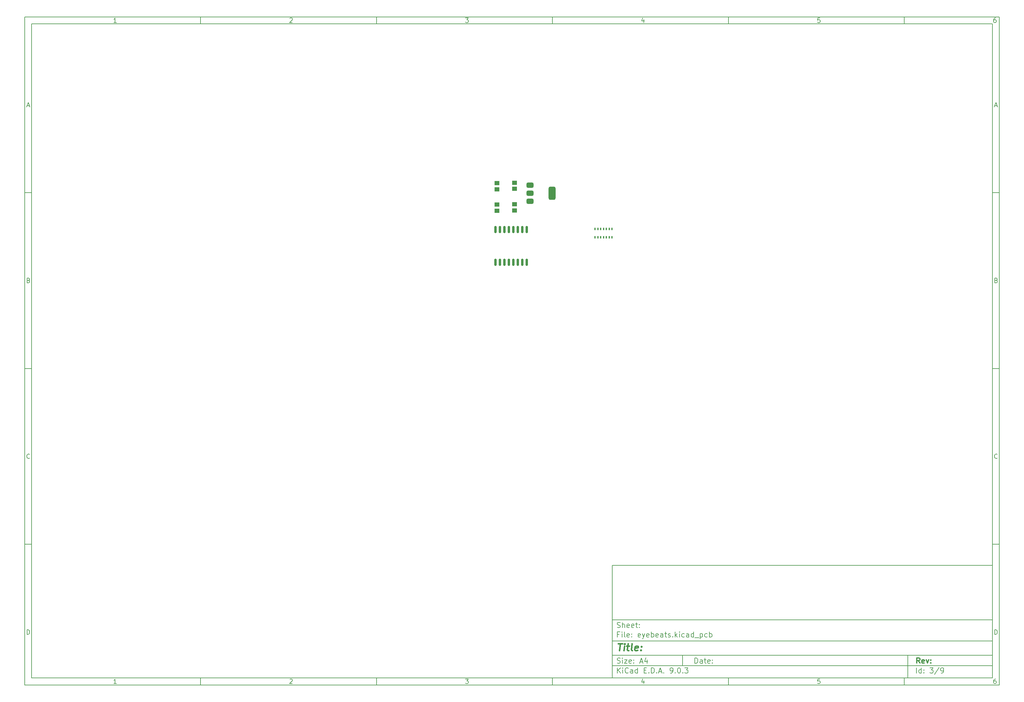
<source format=gtp>
%TF.GenerationSoftware,KiCad,Pcbnew,9.0.3*%
%TF.CreationDate,2025-08-03T00:48:55+01:00*%
%TF.ProjectId,eyebeats,65796562-6561-4747-932e-6b696361645f,rev?*%
%TF.SameCoordinates,Original*%
%TF.FileFunction,Paste,Top*%
%TF.FilePolarity,Positive*%
%FSLAX46Y46*%
G04 Gerber Fmt 4.6, Leading zero omitted, Abs format (unit mm)*
G04 Created by KiCad (PCBNEW 9.0.3) date 2025-08-03 00:48:55*
%MOMM*%
%LPD*%
G01*
G04 APERTURE LIST*
G04 Aperture macros list*
%AMRoundRect*
0 Rectangle with rounded corners*
0 $1 Rounding radius*
0 $2 $3 $4 $5 $6 $7 $8 $9 X,Y pos of 4 corners*
0 Add a 4 corners polygon primitive as box body*
4,1,4,$2,$3,$4,$5,$6,$7,$8,$9,$2,$3,0*
0 Add four circle primitives for the rounded corners*
1,1,$1+$1,$2,$3*
1,1,$1+$1,$4,$5*
1,1,$1+$1,$6,$7*
1,1,$1+$1,$8,$9*
0 Add four rect primitives between the rounded corners*
20,1,$1+$1,$2,$3,$4,$5,0*
20,1,$1+$1,$4,$5,$6,$7,0*
20,1,$1+$1,$6,$7,$8,$9,0*
20,1,$1+$1,$8,$9,$2,$3,0*%
G04 Aperture macros list end*
%ADD10C,0.100000*%
%ADD11C,0.150000*%
%ADD12C,0.300000*%
%ADD13C,0.400000*%
%ADD14R,1.470000X1.160000*%
%ADD15R,0.350000X0.750000*%
%ADD16RoundRect,0.150000X0.150000X-0.875000X0.150000X0.875000X-0.150000X0.875000X-0.150000X-0.875000X0*%
%ADD17RoundRect,0.375000X-0.625000X-0.375000X0.625000X-0.375000X0.625000X0.375000X-0.625000X0.375000X0*%
%ADD18RoundRect,0.500000X-0.500000X-1.400000X0.500000X-1.400000X0.500000X1.400000X-0.500000X1.400000X0*%
G04 APERTURE END LIST*
D10*
D11*
X177002200Y-166007200D02*
X285002200Y-166007200D01*
X285002200Y-198007200D01*
X177002200Y-198007200D01*
X177002200Y-166007200D01*
D10*
D11*
X10000000Y-10000000D02*
X287002200Y-10000000D01*
X287002200Y-200007200D01*
X10000000Y-200007200D01*
X10000000Y-10000000D01*
D10*
D11*
X12000000Y-12000000D02*
X285002200Y-12000000D01*
X285002200Y-198007200D01*
X12000000Y-198007200D01*
X12000000Y-12000000D01*
D10*
D11*
X60000000Y-12000000D02*
X60000000Y-10000000D01*
D10*
D11*
X110000000Y-12000000D02*
X110000000Y-10000000D01*
D10*
D11*
X160000000Y-12000000D02*
X160000000Y-10000000D01*
D10*
D11*
X210000000Y-12000000D02*
X210000000Y-10000000D01*
D10*
D11*
X260000000Y-12000000D02*
X260000000Y-10000000D01*
D10*
D11*
X36089160Y-11593604D02*
X35346303Y-11593604D01*
X35717731Y-11593604D02*
X35717731Y-10293604D01*
X35717731Y-10293604D02*
X35593922Y-10479319D01*
X35593922Y-10479319D02*
X35470112Y-10603128D01*
X35470112Y-10603128D02*
X35346303Y-10665033D01*
D10*
D11*
X85346303Y-10417414D02*
X85408207Y-10355509D01*
X85408207Y-10355509D02*
X85532017Y-10293604D01*
X85532017Y-10293604D02*
X85841541Y-10293604D01*
X85841541Y-10293604D02*
X85965350Y-10355509D01*
X85965350Y-10355509D02*
X86027255Y-10417414D01*
X86027255Y-10417414D02*
X86089160Y-10541223D01*
X86089160Y-10541223D02*
X86089160Y-10665033D01*
X86089160Y-10665033D02*
X86027255Y-10850747D01*
X86027255Y-10850747D02*
X85284398Y-11593604D01*
X85284398Y-11593604D02*
X86089160Y-11593604D01*
D10*
D11*
X135284398Y-10293604D02*
X136089160Y-10293604D01*
X136089160Y-10293604D02*
X135655826Y-10788842D01*
X135655826Y-10788842D02*
X135841541Y-10788842D01*
X135841541Y-10788842D02*
X135965350Y-10850747D01*
X135965350Y-10850747D02*
X136027255Y-10912652D01*
X136027255Y-10912652D02*
X136089160Y-11036461D01*
X136089160Y-11036461D02*
X136089160Y-11345985D01*
X136089160Y-11345985D02*
X136027255Y-11469795D01*
X136027255Y-11469795D02*
X135965350Y-11531700D01*
X135965350Y-11531700D02*
X135841541Y-11593604D01*
X135841541Y-11593604D02*
X135470112Y-11593604D01*
X135470112Y-11593604D02*
X135346303Y-11531700D01*
X135346303Y-11531700D02*
X135284398Y-11469795D01*
D10*
D11*
X185965350Y-10726938D02*
X185965350Y-11593604D01*
X185655826Y-10231700D02*
X185346303Y-11160271D01*
X185346303Y-11160271D02*
X186151064Y-11160271D01*
D10*
D11*
X236027255Y-10293604D02*
X235408207Y-10293604D01*
X235408207Y-10293604D02*
X235346303Y-10912652D01*
X235346303Y-10912652D02*
X235408207Y-10850747D01*
X235408207Y-10850747D02*
X235532017Y-10788842D01*
X235532017Y-10788842D02*
X235841541Y-10788842D01*
X235841541Y-10788842D02*
X235965350Y-10850747D01*
X235965350Y-10850747D02*
X236027255Y-10912652D01*
X236027255Y-10912652D02*
X236089160Y-11036461D01*
X236089160Y-11036461D02*
X236089160Y-11345985D01*
X236089160Y-11345985D02*
X236027255Y-11469795D01*
X236027255Y-11469795D02*
X235965350Y-11531700D01*
X235965350Y-11531700D02*
X235841541Y-11593604D01*
X235841541Y-11593604D02*
X235532017Y-11593604D01*
X235532017Y-11593604D02*
X235408207Y-11531700D01*
X235408207Y-11531700D02*
X235346303Y-11469795D01*
D10*
D11*
X285965350Y-10293604D02*
X285717731Y-10293604D01*
X285717731Y-10293604D02*
X285593922Y-10355509D01*
X285593922Y-10355509D02*
X285532017Y-10417414D01*
X285532017Y-10417414D02*
X285408207Y-10603128D01*
X285408207Y-10603128D02*
X285346303Y-10850747D01*
X285346303Y-10850747D02*
X285346303Y-11345985D01*
X285346303Y-11345985D02*
X285408207Y-11469795D01*
X285408207Y-11469795D02*
X285470112Y-11531700D01*
X285470112Y-11531700D02*
X285593922Y-11593604D01*
X285593922Y-11593604D02*
X285841541Y-11593604D01*
X285841541Y-11593604D02*
X285965350Y-11531700D01*
X285965350Y-11531700D02*
X286027255Y-11469795D01*
X286027255Y-11469795D02*
X286089160Y-11345985D01*
X286089160Y-11345985D02*
X286089160Y-11036461D01*
X286089160Y-11036461D02*
X286027255Y-10912652D01*
X286027255Y-10912652D02*
X285965350Y-10850747D01*
X285965350Y-10850747D02*
X285841541Y-10788842D01*
X285841541Y-10788842D02*
X285593922Y-10788842D01*
X285593922Y-10788842D02*
X285470112Y-10850747D01*
X285470112Y-10850747D02*
X285408207Y-10912652D01*
X285408207Y-10912652D02*
X285346303Y-11036461D01*
D10*
D11*
X60000000Y-198007200D02*
X60000000Y-200007200D01*
D10*
D11*
X110000000Y-198007200D02*
X110000000Y-200007200D01*
D10*
D11*
X160000000Y-198007200D02*
X160000000Y-200007200D01*
D10*
D11*
X210000000Y-198007200D02*
X210000000Y-200007200D01*
D10*
D11*
X260000000Y-198007200D02*
X260000000Y-200007200D01*
D10*
D11*
X36089160Y-199600804D02*
X35346303Y-199600804D01*
X35717731Y-199600804D02*
X35717731Y-198300804D01*
X35717731Y-198300804D02*
X35593922Y-198486519D01*
X35593922Y-198486519D02*
X35470112Y-198610328D01*
X35470112Y-198610328D02*
X35346303Y-198672233D01*
D10*
D11*
X85346303Y-198424614D02*
X85408207Y-198362709D01*
X85408207Y-198362709D02*
X85532017Y-198300804D01*
X85532017Y-198300804D02*
X85841541Y-198300804D01*
X85841541Y-198300804D02*
X85965350Y-198362709D01*
X85965350Y-198362709D02*
X86027255Y-198424614D01*
X86027255Y-198424614D02*
X86089160Y-198548423D01*
X86089160Y-198548423D02*
X86089160Y-198672233D01*
X86089160Y-198672233D02*
X86027255Y-198857947D01*
X86027255Y-198857947D02*
X85284398Y-199600804D01*
X85284398Y-199600804D02*
X86089160Y-199600804D01*
D10*
D11*
X135284398Y-198300804D02*
X136089160Y-198300804D01*
X136089160Y-198300804D02*
X135655826Y-198796042D01*
X135655826Y-198796042D02*
X135841541Y-198796042D01*
X135841541Y-198796042D02*
X135965350Y-198857947D01*
X135965350Y-198857947D02*
X136027255Y-198919852D01*
X136027255Y-198919852D02*
X136089160Y-199043661D01*
X136089160Y-199043661D02*
X136089160Y-199353185D01*
X136089160Y-199353185D02*
X136027255Y-199476995D01*
X136027255Y-199476995D02*
X135965350Y-199538900D01*
X135965350Y-199538900D02*
X135841541Y-199600804D01*
X135841541Y-199600804D02*
X135470112Y-199600804D01*
X135470112Y-199600804D02*
X135346303Y-199538900D01*
X135346303Y-199538900D02*
X135284398Y-199476995D01*
D10*
D11*
X185965350Y-198734138D02*
X185965350Y-199600804D01*
X185655826Y-198238900D02*
X185346303Y-199167471D01*
X185346303Y-199167471D02*
X186151064Y-199167471D01*
D10*
D11*
X236027255Y-198300804D02*
X235408207Y-198300804D01*
X235408207Y-198300804D02*
X235346303Y-198919852D01*
X235346303Y-198919852D02*
X235408207Y-198857947D01*
X235408207Y-198857947D02*
X235532017Y-198796042D01*
X235532017Y-198796042D02*
X235841541Y-198796042D01*
X235841541Y-198796042D02*
X235965350Y-198857947D01*
X235965350Y-198857947D02*
X236027255Y-198919852D01*
X236027255Y-198919852D02*
X236089160Y-199043661D01*
X236089160Y-199043661D02*
X236089160Y-199353185D01*
X236089160Y-199353185D02*
X236027255Y-199476995D01*
X236027255Y-199476995D02*
X235965350Y-199538900D01*
X235965350Y-199538900D02*
X235841541Y-199600804D01*
X235841541Y-199600804D02*
X235532017Y-199600804D01*
X235532017Y-199600804D02*
X235408207Y-199538900D01*
X235408207Y-199538900D02*
X235346303Y-199476995D01*
D10*
D11*
X285965350Y-198300804D02*
X285717731Y-198300804D01*
X285717731Y-198300804D02*
X285593922Y-198362709D01*
X285593922Y-198362709D02*
X285532017Y-198424614D01*
X285532017Y-198424614D02*
X285408207Y-198610328D01*
X285408207Y-198610328D02*
X285346303Y-198857947D01*
X285346303Y-198857947D02*
X285346303Y-199353185D01*
X285346303Y-199353185D02*
X285408207Y-199476995D01*
X285408207Y-199476995D02*
X285470112Y-199538900D01*
X285470112Y-199538900D02*
X285593922Y-199600804D01*
X285593922Y-199600804D02*
X285841541Y-199600804D01*
X285841541Y-199600804D02*
X285965350Y-199538900D01*
X285965350Y-199538900D02*
X286027255Y-199476995D01*
X286027255Y-199476995D02*
X286089160Y-199353185D01*
X286089160Y-199353185D02*
X286089160Y-199043661D01*
X286089160Y-199043661D02*
X286027255Y-198919852D01*
X286027255Y-198919852D02*
X285965350Y-198857947D01*
X285965350Y-198857947D02*
X285841541Y-198796042D01*
X285841541Y-198796042D02*
X285593922Y-198796042D01*
X285593922Y-198796042D02*
X285470112Y-198857947D01*
X285470112Y-198857947D02*
X285408207Y-198919852D01*
X285408207Y-198919852D02*
X285346303Y-199043661D01*
D10*
D11*
X10000000Y-60000000D02*
X12000000Y-60000000D01*
D10*
D11*
X10000000Y-110000000D02*
X12000000Y-110000000D01*
D10*
D11*
X10000000Y-160000000D02*
X12000000Y-160000000D01*
D10*
D11*
X10690476Y-35222176D02*
X11309523Y-35222176D01*
X10566666Y-35593604D02*
X10999999Y-34293604D01*
X10999999Y-34293604D02*
X11433333Y-35593604D01*
D10*
D11*
X11092857Y-84912652D02*
X11278571Y-84974557D01*
X11278571Y-84974557D02*
X11340476Y-85036461D01*
X11340476Y-85036461D02*
X11402380Y-85160271D01*
X11402380Y-85160271D02*
X11402380Y-85345985D01*
X11402380Y-85345985D02*
X11340476Y-85469795D01*
X11340476Y-85469795D02*
X11278571Y-85531700D01*
X11278571Y-85531700D02*
X11154761Y-85593604D01*
X11154761Y-85593604D02*
X10659523Y-85593604D01*
X10659523Y-85593604D02*
X10659523Y-84293604D01*
X10659523Y-84293604D02*
X11092857Y-84293604D01*
X11092857Y-84293604D02*
X11216666Y-84355509D01*
X11216666Y-84355509D02*
X11278571Y-84417414D01*
X11278571Y-84417414D02*
X11340476Y-84541223D01*
X11340476Y-84541223D02*
X11340476Y-84665033D01*
X11340476Y-84665033D02*
X11278571Y-84788842D01*
X11278571Y-84788842D02*
X11216666Y-84850747D01*
X11216666Y-84850747D02*
X11092857Y-84912652D01*
X11092857Y-84912652D02*
X10659523Y-84912652D01*
D10*
D11*
X11402380Y-135469795D02*
X11340476Y-135531700D01*
X11340476Y-135531700D02*
X11154761Y-135593604D01*
X11154761Y-135593604D02*
X11030952Y-135593604D01*
X11030952Y-135593604D02*
X10845238Y-135531700D01*
X10845238Y-135531700D02*
X10721428Y-135407890D01*
X10721428Y-135407890D02*
X10659523Y-135284080D01*
X10659523Y-135284080D02*
X10597619Y-135036461D01*
X10597619Y-135036461D02*
X10597619Y-134850747D01*
X10597619Y-134850747D02*
X10659523Y-134603128D01*
X10659523Y-134603128D02*
X10721428Y-134479319D01*
X10721428Y-134479319D02*
X10845238Y-134355509D01*
X10845238Y-134355509D02*
X11030952Y-134293604D01*
X11030952Y-134293604D02*
X11154761Y-134293604D01*
X11154761Y-134293604D02*
X11340476Y-134355509D01*
X11340476Y-134355509D02*
X11402380Y-134417414D01*
D10*
D11*
X10659523Y-185593604D02*
X10659523Y-184293604D01*
X10659523Y-184293604D02*
X10969047Y-184293604D01*
X10969047Y-184293604D02*
X11154761Y-184355509D01*
X11154761Y-184355509D02*
X11278571Y-184479319D01*
X11278571Y-184479319D02*
X11340476Y-184603128D01*
X11340476Y-184603128D02*
X11402380Y-184850747D01*
X11402380Y-184850747D02*
X11402380Y-185036461D01*
X11402380Y-185036461D02*
X11340476Y-185284080D01*
X11340476Y-185284080D02*
X11278571Y-185407890D01*
X11278571Y-185407890D02*
X11154761Y-185531700D01*
X11154761Y-185531700D02*
X10969047Y-185593604D01*
X10969047Y-185593604D02*
X10659523Y-185593604D01*
D10*
D11*
X287002200Y-60000000D02*
X285002200Y-60000000D01*
D10*
D11*
X287002200Y-110000000D02*
X285002200Y-110000000D01*
D10*
D11*
X287002200Y-160000000D02*
X285002200Y-160000000D01*
D10*
D11*
X285692676Y-35222176D02*
X286311723Y-35222176D01*
X285568866Y-35593604D02*
X286002199Y-34293604D01*
X286002199Y-34293604D02*
X286435533Y-35593604D01*
D10*
D11*
X286095057Y-84912652D02*
X286280771Y-84974557D01*
X286280771Y-84974557D02*
X286342676Y-85036461D01*
X286342676Y-85036461D02*
X286404580Y-85160271D01*
X286404580Y-85160271D02*
X286404580Y-85345985D01*
X286404580Y-85345985D02*
X286342676Y-85469795D01*
X286342676Y-85469795D02*
X286280771Y-85531700D01*
X286280771Y-85531700D02*
X286156961Y-85593604D01*
X286156961Y-85593604D02*
X285661723Y-85593604D01*
X285661723Y-85593604D02*
X285661723Y-84293604D01*
X285661723Y-84293604D02*
X286095057Y-84293604D01*
X286095057Y-84293604D02*
X286218866Y-84355509D01*
X286218866Y-84355509D02*
X286280771Y-84417414D01*
X286280771Y-84417414D02*
X286342676Y-84541223D01*
X286342676Y-84541223D02*
X286342676Y-84665033D01*
X286342676Y-84665033D02*
X286280771Y-84788842D01*
X286280771Y-84788842D02*
X286218866Y-84850747D01*
X286218866Y-84850747D02*
X286095057Y-84912652D01*
X286095057Y-84912652D02*
X285661723Y-84912652D01*
D10*
D11*
X286404580Y-135469795D02*
X286342676Y-135531700D01*
X286342676Y-135531700D02*
X286156961Y-135593604D01*
X286156961Y-135593604D02*
X286033152Y-135593604D01*
X286033152Y-135593604D02*
X285847438Y-135531700D01*
X285847438Y-135531700D02*
X285723628Y-135407890D01*
X285723628Y-135407890D02*
X285661723Y-135284080D01*
X285661723Y-135284080D02*
X285599819Y-135036461D01*
X285599819Y-135036461D02*
X285599819Y-134850747D01*
X285599819Y-134850747D02*
X285661723Y-134603128D01*
X285661723Y-134603128D02*
X285723628Y-134479319D01*
X285723628Y-134479319D02*
X285847438Y-134355509D01*
X285847438Y-134355509D02*
X286033152Y-134293604D01*
X286033152Y-134293604D02*
X286156961Y-134293604D01*
X286156961Y-134293604D02*
X286342676Y-134355509D01*
X286342676Y-134355509D02*
X286404580Y-134417414D01*
D10*
D11*
X285661723Y-185593604D02*
X285661723Y-184293604D01*
X285661723Y-184293604D02*
X285971247Y-184293604D01*
X285971247Y-184293604D02*
X286156961Y-184355509D01*
X286156961Y-184355509D02*
X286280771Y-184479319D01*
X286280771Y-184479319D02*
X286342676Y-184603128D01*
X286342676Y-184603128D02*
X286404580Y-184850747D01*
X286404580Y-184850747D02*
X286404580Y-185036461D01*
X286404580Y-185036461D02*
X286342676Y-185284080D01*
X286342676Y-185284080D02*
X286280771Y-185407890D01*
X286280771Y-185407890D02*
X286156961Y-185531700D01*
X286156961Y-185531700D02*
X285971247Y-185593604D01*
X285971247Y-185593604D02*
X285661723Y-185593604D01*
D10*
D11*
X200458026Y-193793328D02*
X200458026Y-192293328D01*
X200458026Y-192293328D02*
X200815169Y-192293328D01*
X200815169Y-192293328D02*
X201029455Y-192364757D01*
X201029455Y-192364757D02*
X201172312Y-192507614D01*
X201172312Y-192507614D02*
X201243741Y-192650471D01*
X201243741Y-192650471D02*
X201315169Y-192936185D01*
X201315169Y-192936185D02*
X201315169Y-193150471D01*
X201315169Y-193150471D02*
X201243741Y-193436185D01*
X201243741Y-193436185D02*
X201172312Y-193579042D01*
X201172312Y-193579042D02*
X201029455Y-193721900D01*
X201029455Y-193721900D02*
X200815169Y-193793328D01*
X200815169Y-193793328D02*
X200458026Y-193793328D01*
X202600884Y-193793328D02*
X202600884Y-193007614D01*
X202600884Y-193007614D02*
X202529455Y-192864757D01*
X202529455Y-192864757D02*
X202386598Y-192793328D01*
X202386598Y-192793328D02*
X202100884Y-192793328D01*
X202100884Y-192793328D02*
X201958026Y-192864757D01*
X202600884Y-193721900D02*
X202458026Y-193793328D01*
X202458026Y-193793328D02*
X202100884Y-193793328D01*
X202100884Y-193793328D02*
X201958026Y-193721900D01*
X201958026Y-193721900D02*
X201886598Y-193579042D01*
X201886598Y-193579042D02*
X201886598Y-193436185D01*
X201886598Y-193436185D02*
X201958026Y-193293328D01*
X201958026Y-193293328D02*
X202100884Y-193221900D01*
X202100884Y-193221900D02*
X202458026Y-193221900D01*
X202458026Y-193221900D02*
X202600884Y-193150471D01*
X203100884Y-192793328D02*
X203672312Y-192793328D01*
X203315169Y-192293328D02*
X203315169Y-193579042D01*
X203315169Y-193579042D02*
X203386598Y-193721900D01*
X203386598Y-193721900D02*
X203529455Y-193793328D01*
X203529455Y-193793328D02*
X203672312Y-193793328D01*
X204743741Y-193721900D02*
X204600884Y-193793328D01*
X204600884Y-193793328D02*
X204315170Y-193793328D01*
X204315170Y-193793328D02*
X204172312Y-193721900D01*
X204172312Y-193721900D02*
X204100884Y-193579042D01*
X204100884Y-193579042D02*
X204100884Y-193007614D01*
X204100884Y-193007614D02*
X204172312Y-192864757D01*
X204172312Y-192864757D02*
X204315170Y-192793328D01*
X204315170Y-192793328D02*
X204600884Y-192793328D01*
X204600884Y-192793328D02*
X204743741Y-192864757D01*
X204743741Y-192864757D02*
X204815170Y-193007614D01*
X204815170Y-193007614D02*
X204815170Y-193150471D01*
X204815170Y-193150471D02*
X204100884Y-193293328D01*
X205458026Y-193650471D02*
X205529455Y-193721900D01*
X205529455Y-193721900D02*
X205458026Y-193793328D01*
X205458026Y-193793328D02*
X205386598Y-193721900D01*
X205386598Y-193721900D02*
X205458026Y-193650471D01*
X205458026Y-193650471D02*
X205458026Y-193793328D01*
X205458026Y-192864757D02*
X205529455Y-192936185D01*
X205529455Y-192936185D02*
X205458026Y-193007614D01*
X205458026Y-193007614D02*
X205386598Y-192936185D01*
X205386598Y-192936185D02*
X205458026Y-192864757D01*
X205458026Y-192864757D02*
X205458026Y-193007614D01*
D10*
D11*
X177002200Y-194507200D02*
X285002200Y-194507200D01*
D10*
D11*
X178458026Y-196593328D02*
X178458026Y-195093328D01*
X179315169Y-196593328D02*
X178672312Y-195736185D01*
X179315169Y-195093328D02*
X178458026Y-195950471D01*
X179958026Y-196593328D02*
X179958026Y-195593328D01*
X179958026Y-195093328D02*
X179886598Y-195164757D01*
X179886598Y-195164757D02*
X179958026Y-195236185D01*
X179958026Y-195236185D02*
X180029455Y-195164757D01*
X180029455Y-195164757D02*
X179958026Y-195093328D01*
X179958026Y-195093328D02*
X179958026Y-195236185D01*
X181529455Y-196450471D02*
X181458027Y-196521900D01*
X181458027Y-196521900D02*
X181243741Y-196593328D01*
X181243741Y-196593328D02*
X181100884Y-196593328D01*
X181100884Y-196593328D02*
X180886598Y-196521900D01*
X180886598Y-196521900D02*
X180743741Y-196379042D01*
X180743741Y-196379042D02*
X180672312Y-196236185D01*
X180672312Y-196236185D02*
X180600884Y-195950471D01*
X180600884Y-195950471D02*
X180600884Y-195736185D01*
X180600884Y-195736185D02*
X180672312Y-195450471D01*
X180672312Y-195450471D02*
X180743741Y-195307614D01*
X180743741Y-195307614D02*
X180886598Y-195164757D01*
X180886598Y-195164757D02*
X181100884Y-195093328D01*
X181100884Y-195093328D02*
X181243741Y-195093328D01*
X181243741Y-195093328D02*
X181458027Y-195164757D01*
X181458027Y-195164757D02*
X181529455Y-195236185D01*
X182815170Y-196593328D02*
X182815170Y-195807614D01*
X182815170Y-195807614D02*
X182743741Y-195664757D01*
X182743741Y-195664757D02*
X182600884Y-195593328D01*
X182600884Y-195593328D02*
X182315170Y-195593328D01*
X182315170Y-195593328D02*
X182172312Y-195664757D01*
X182815170Y-196521900D02*
X182672312Y-196593328D01*
X182672312Y-196593328D02*
X182315170Y-196593328D01*
X182315170Y-196593328D02*
X182172312Y-196521900D01*
X182172312Y-196521900D02*
X182100884Y-196379042D01*
X182100884Y-196379042D02*
X182100884Y-196236185D01*
X182100884Y-196236185D02*
X182172312Y-196093328D01*
X182172312Y-196093328D02*
X182315170Y-196021900D01*
X182315170Y-196021900D02*
X182672312Y-196021900D01*
X182672312Y-196021900D02*
X182815170Y-195950471D01*
X184172313Y-196593328D02*
X184172313Y-195093328D01*
X184172313Y-196521900D02*
X184029455Y-196593328D01*
X184029455Y-196593328D02*
X183743741Y-196593328D01*
X183743741Y-196593328D02*
X183600884Y-196521900D01*
X183600884Y-196521900D02*
X183529455Y-196450471D01*
X183529455Y-196450471D02*
X183458027Y-196307614D01*
X183458027Y-196307614D02*
X183458027Y-195879042D01*
X183458027Y-195879042D02*
X183529455Y-195736185D01*
X183529455Y-195736185D02*
X183600884Y-195664757D01*
X183600884Y-195664757D02*
X183743741Y-195593328D01*
X183743741Y-195593328D02*
X184029455Y-195593328D01*
X184029455Y-195593328D02*
X184172313Y-195664757D01*
X186029455Y-195807614D02*
X186529455Y-195807614D01*
X186743741Y-196593328D02*
X186029455Y-196593328D01*
X186029455Y-196593328D02*
X186029455Y-195093328D01*
X186029455Y-195093328D02*
X186743741Y-195093328D01*
X187386598Y-196450471D02*
X187458027Y-196521900D01*
X187458027Y-196521900D02*
X187386598Y-196593328D01*
X187386598Y-196593328D02*
X187315170Y-196521900D01*
X187315170Y-196521900D02*
X187386598Y-196450471D01*
X187386598Y-196450471D02*
X187386598Y-196593328D01*
X188100884Y-196593328D02*
X188100884Y-195093328D01*
X188100884Y-195093328D02*
X188458027Y-195093328D01*
X188458027Y-195093328D02*
X188672313Y-195164757D01*
X188672313Y-195164757D02*
X188815170Y-195307614D01*
X188815170Y-195307614D02*
X188886599Y-195450471D01*
X188886599Y-195450471D02*
X188958027Y-195736185D01*
X188958027Y-195736185D02*
X188958027Y-195950471D01*
X188958027Y-195950471D02*
X188886599Y-196236185D01*
X188886599Y-196236185D02*
X188815170Y-196379042D01*
X188815170Y-196379042D02*
X188672313Y-196521900D01*
X188672313Y-196521900D02*
X188458027Y-196593328D01*
X188458027Y-196593328D02*
X188100884Y-196593328D01*
X189600884Y-196450471D02*
X189672313Y-196521900D01*
X189672313Y-196521900D02*
X189600884Y-196593328D01*
X189600884Y-196593328D02*
X189529456Y-196521900D01*
X189529456Y-196521900D02*
X189600884Y-196450471D01*
X189600884Y-196450471D02*
X189600884Y-196593328D01*
X190243742Y-196164757D02*
X190958028Y-196164757D01*
X190100885Y-196593328D02*
X190600885Y-195093328D01*
X190600885Y-195093328D02*
X191100885Y-196593328D01*
X191600884Y-196450471D02*
X191672313Y-196521900D01*
X191672313Y-196521900D02*
X191600884Y-196593328D01*
X191600884Y-196593328D02*
X191529456Y-196521900D01*
X191529456Y-196521900D02*
X191600884Y-196450471D01*
X191600884Y-196450471D02*
X191600884Y-196593328D01*
X193529456Y-196593328D02*
X193815170Y-196593328D01*
X193815170Y-196593328D02*
X193958027Y-196521900D01*
X193958027Y-196521900D02*
X194029456Y-196450471D01*
X194029456Y-196450471D02*
X194172313Y-196236185D01*
X194172313Y-196236185D02*
X194243742Y-195950471D01*
X194243742Y-195950471D02*
X194243742Y-195379042D01*
X194243742Y-195379042D02*
X194172313Y-195236185D01*
X194172313Y-195236185D02*
X194100885Y-195164757D01*
X194100885Y-195164757D02*
X193958027Y-195093328D01*
X193958027Y-195093328D02*
X193672313Y-195093328D01*
X193672313Y-195093328D02*
X193529456Y-195164757D01*
X193529456Y-195164757D02*
X193458027Y-195236185D01*
X193458027Y-195236185D02*
X193386599Y-195379042D01*
X193386599Y-195379042D02*
X193386599Y-195736185D01*
X193386599Y-195736185D02*
X193458027Y-195879042D01*
X193458027Y-195879042D02*
X193529456Y-195950471D01*
X193529456Y-195950471D02*
X193672313Y-196021900D01*
X193672313Y-196021900D02*
X193958027Y-196021900D01*
X193958027Y-196021900D02*
X194100885Y-195950471D01*
X194100885Y-195950471D02*
X194172313Y-195879042D01*
X194172313Y-195879042D02*
X194243742Y-195736185D01*
X194886598Y-196450471D02*
X194958027Y-196521900D01*
X194958027Y-196521900D02*
X194886598Y-196593328D01*
X194886598Y-196593328D02*
X194815170Y-196521900D01*
X194815170Y-196521900D02*
X194886598Y-196450471D01*
X194886598Y-196450471D02*
X194886598Y-196593328D01*
X195886599Y-195093328D02*
X196029456Y-195093328D01*
X196029456Y-195093328D02*
X196172313Y-195164757D01*
X196172313Y-195164757D02*
X196243742Y-195236185D01*
X196243742Y-195236185D02*
X196315170Y-195379042D01*
X196315170Y-195379042D02*
X196386599Y-195664757D01*
X196386599Y-195664757D02*
X196386599Y-196021900D01*
X196386599Y-196021900D02*
X196315170Y-196307614D01*
X196315170Y-196307614D02*
X196243742Y-196450471D01*
X196243742Y-196450471D02*
X196172313Y-196521900D01*
X196172313Y-196521900D02*
X196029456Y-196593328D01*
X196029456Y-196593328D02*
X195886599Y-196593328D01*
X195886599Y-196593328D02*
X195743742Y-196521900D01*
X195743742Y-196521900D02*
X195672313Y-196450471D01*
X195672313Y-196450471D02*
X195600884Y-196307614D01*
X195600884Y-196307614D02*
X195529456Y-196021900D01*
X195529456Y-196021900D02*
X195529456Y-195664757D01*
X195529456Y-195664757D02*
X195600884Y-195379042D01*
X195600884Y-195379042D02*
X195672313Y-195236185D01*
X195672313Y-195236185D02*
X195743742Y-195164757D01*
X195743742Y-195164757D02*
X195886599Y-195093328D01*
X197029455Y-196450471D02*
X197100884Y-196521900D01*
X197100884Y-196521900D02*
X197029455Y-196593328D01*
X197029455Y-196593328D02*
X196958027Y-196521900D01*
X196958027Y-196521900D02*
X197029455Y-196450471D01*
X197029455Y-196450471D02*
X197029455Y-196593328D01*
X197600884Y-195093328D02*
X198529456Y-195093328D01*
X198529456Y-195093328D02*
X198029456Y-195664757D01*
X198029456Y-195664757D02*
X198243741Y-195664757D01*
X198243741Y-195664757D02*
X198386599Y-195736185D01*
X198386599Y-195736185D02*
X198458027Y-195807614D01*
X198458027Y-195807614D02*
X198529456Y-195950471D01*
X198529456Y-195950471D02*
X198529456Y-196307614D01*
X198529456Y-196307614D02*
X198458027Y-196450471D01*
X198458027Y-196450471D02*
X198386599Y-196521900D01*
X198386599Y-196521900D02*
X198243741Y-196593328D01*
X198243741Y-196593328D02*
X197815170Y-196593328D01*
X197815170Y-196593328D02*
X197672313Y-196521900D01*
X197672313Y-196521900D02*
X197600884Y-196450471D01*
D10*
D11*
X177002200Y-191507200D02*
X285002200Y-191507200D01*
D10*
D12*
X264413853Y-193785528D02*
X263913853Y-193071242D01*
X263556710Y-193785528D02*
X263556710Y-192285528D01*
X263556710Y-192285528D02*
X264128139Y-192285528D01*
X264128139Y-192285528D02*
X264270996Y-192356957D01*
X264270996Y-192356957D02*
X264342425Y-192428385D01*
X264342425Y-192428385D02*
X264413853Y-192571242D01*
X264413853Y-192571242D02*
X264413853Y-192785528D01*
X264413853Y-192785528D02*
X264342425Y-192928385D01*
X264342425Y-192928385D02*
X264270996Y-192999814D01*
X264270996Y-192999814D02*
X264128139Y-193071242D01*
X264128139Y-193071242D02*
X263556710Y-193071242D01*
X265628139Y-193714100D02*
X265485282Y-193785528D01*
X265485282Y-193785528D02*
X265199568Y-193785528D01*
X265199568Y-193785528D02*
X265056710Y-193714100D01*
X265056710Y-193714100D02*
X264985282Y-193571242D01*
X264985282Y-193571242D02*
X264985282Y-192999814D01*
X264985282Y-192999814D02*
X265056710Y-192856957D01*
X265056710Y-192856957D02*
X265199568Y-192785528D01*
X265199568Y-192785528D02*
X265485282Y-192785528D01*
X265485282Y-192785528D02*
X265628139Y-192856957D01*
X265628139Y-192856957D02*
X265699568Y-192999814D01*
X265699568Y-192999814D02*
X265699568Y-193142671D01*
X265699568Y-193142671D02*
X264985282Y-193285528D01*
X266199567Y-192785528D02*
X266556710Y-193785528D01*
X266556710Y-193785528D02*
X266913853Y-192785528D01*
X267485281Y-193642671D02*
X267556710Y-193714100D01*
X267556710Y-193714100D02*
X267485281Y-193785528D01*
X267485281Y-193785528D02*
X267413853Y-193714100D01*
X267413853Y-193714100D02*
X267485281Y-193642671D01*
X267485281Y-193642671D02*
X267485281Y-193785528D01*
X267485281Y-192856957D02*
X267556710Y-192928385D01*
X267556710Y-192928385D02*
X267485281Y-192999814D01*
X267485281Y-192999814D02*
X267413853Y-192928385D01*
X267413853Y-192928385D02*
X267485281Y-192856957D01*
X267485281Y-192856957D02*
X267485281Y-192999814D01*
D10*
D11*
X178386598Y-193721900D02*
X178600884Y-193793328D01*
X178600884Y-193793328D02*
X178958026Y-193793328D01*
X178958026Y-193793328D02*
X179100884Y-193721900D01*
X179100884Y-193721900D02*
X179172312Y-193650471D01*
X179172312Y-193650471D02*
X179243741Y-193507614D01*
X179243741Y-193507614D02*
X179243741Y-193364757D01*
X179243741Y-193364757D02*
X179172312Y-193221900D01*
X179172312Y-193221900D02*
X179100884Y-193150471D01*
X179100884Y-193150471D02*
X178958026Y-193079042D01*
X178958026Y-193079042D02*
X178672312Y-193007614D01*
X178672312Y-193007614D02*
X178529455Y-192936185D01*
X178529455Y-192936185D02*
X178458026Y-192864757D01*
X178458026Y-192864757D02*
X178386598Y-192721900D01*
X178386598Y-192721900D02*
X178386598Y-192579042D01*
X178386598Y-192579042D02*
X178458026Y-192436185D01*
X178458026Y-192436185D02*
X178529455Y-192364757D01*
X178529455Y-192364757D02*
X178672312Y-192293328D01*
X178672312Y-192293328D02*
X179029455Y-192293328D01*
X179029455Y-192293328D02*
X179243741Y-192364757D01*
X179886597Y-193793328D02*
X179886597Y-192793328D01*
X179886597Y-192293328D02*
X179815169Y-192364757D01*
X179815169Y-192364757D02*
X179886597Y-192436185D01*
X179886597Y-192436185D02*
X179958026Y-192364757D01*
X179958026Y-192364757D02*
X179886597Y-192293328D01*
X179886597Y-192293328D02*
X179886597Y-192436185D01*
X180458026Y-192793328D02*
X181243741Y-192793328D01*
X181243741Y-192793328D02*
X180458026Y-193793328D01*
X180458026Y-193793328D02*
X181243741Y-193793328D01*
X182386598Y-193721900D02*
X182243741Y-193793328D01*
X182243741Y-193793328D02*
X181958027Y-193793328D01*
X181958027Y-193793328D02*
X181815169Y-193721900D01*
X181815169Y-193721900D02*
X181743741Y-193579042D01*
X181743741Y-193579042D02*
X181743741Y-193007614D01*
X181743741Y-193007614D02*
X181815169Y-192864757D01*
X181815169Y-192864757D02*
X181958027Y-192793328D01*
X181958027Y-192793328D02*
X182243741Y-192793328D01*
X182243741Y-192793328D02*
X182386598Y-192864757D01*
X182386598Y-192864757D02*
X182458027Y-193007614D01*
X182458027Y-193007614D02*
X182458027Y-193150471D01*
X182458027Y-193150471D02*
X181743741Y-193293328D01*
X183100883Y-193650471D02*
X183172312Y-193721900D01*
X183172312Y-193721900D02*
X183100883Y-193793328D01*
X183100883Y-193793328D02*
X183029455Y-193721900D01*
X183029455Y-193721900D02*
X183100883Y-193650471D01*
X183100883Y-193650471D02*
X183100883Y-193793328D01*
X183100883Y-192864757D02*
X183172312Y-192936185D01*
X183172312Y-192936185D02*
X183100883Y-193007614D01*
X183100883Y-193007614D02*
X183029455Y-192936185D01*
X183029455Y-192936185D02*
X183100883Y-192864757D01*
X183100883Y-192864757D02*
X183100883Y-193007614D01*
X184886598Y-193364757D02*
X185600884Y-193364757D01*
X184743741Y-193793328D02*
X185243741Y-192293328D01*
X185243741Y-192293328D02*
X185743741Y-193793328D01*
X186886598Y-192793328D02*
X186886598Y-193793328D01*
X186529455Y-192221900D02*
X186172312Y-193293328D01*
X186172312Y-193293328D02*
X187100883Y-193293328D01*
D10*
D11*
X263458026Y-196593328D02*
X263458026Y-195093328D01*
X264815170Y-196593328D02*
X264815170Y-195093328D01*
X264815170Y-196521900D02*
X264672312Y-196593328D01*
X264672312Y-196593328D02*
X264386598Y-196593328D01*
X264386598Y-196593328D02*
X264243741Y-196521900D01*
X264243741Y-196521900D02*
X264172312Y-196450471D01*
X264172312Y-196450471D02*
X264100884Y-196307614D01*
X264100884Y-196307614D02*
X264100884Y-195879042D01*
X264100884Y-195879042D02*
X264172312Y-195736185D01*
X264172312Y-195736185D02*
X264243741Y-195664757D01*
X264243741Y-195664757D02*
X264386598Y-195593328D01*
X264386598Y-195593328D02*
X264672312Y-195593328D01*
X264672312Y-195593328D02*
X264815170Y-195664757D01*
X265529455Y-196450471D02*
X265600884Y-196521900D01*
X265600884Y-196521900D02*
X265529455Y-196593328D01*
X265529455Y-196593328D02*
X265458027Y-196521900D01*
X265458027Y-196521900D02*
X265529455Y-196450471D01*
X265529455Y-196450471D02*
X265529455Y-196593328D01*
X265529455Y-195664757D02*
X265600884Y-195736185D01*
X265600884Y-195736185D02*
X265529455Y-195807614D01*
X265529455Y-195807614D02*
X265458027Y-195736185D01*
X265458027Y-195736185D02*
X265529455Y-195664757D01*
X265529455Y-195664757D02*
X265529455Y-195807614D01*
X267243741Y-195093328D02*
X268172313Y-195093328D01*
X268172313Y-195093328D02*
X267672313Y-195664757D01*
X267672313Y-195664757D02*
X267886598Y-195664757D01*
X267886598Y-195664757D02*
X268029456Y-195736185D01*
X268029456Y-195736185D02*
X268100884Y-195807614D01*
X268100884Y-195807614D02*
X268172313Y-195950471D01*
X268172313Y-195950471D02*
X268172313Y-196307614D01*
X268172313Y-196307614D02*
X268100884Y-196450471D01*
X268100884Y-196450471D02*
X268029456Y-196521900D01*
X268029456Y-196521900D02*
X267886598Y-196593328D01*
X267886598Y-196593328D02*
X267458027Y-196593328D01*
X267458027Y-196593328D02*
X267315170Y-196521900D01*
X267315170Y-196521900D02*
X267243741Y-196450471D01*
X269886598Y-195021900D02*
X268600884Y-196950471D01*
X270458027Y-196593328D02*
X270743741Y-196593328D01*
X270743741Y-196593328D02*
X270886598Y-196521900D01*
X270886598Y-196521900D02*
X270958027Y-196450471D01*
X270958027Y-196450471D02*
X271100884Y-196236185D01*
X271100884Y-196236185D02*
X271172313Y-195950471D01*
X271172313Y-195950471D02*
X271172313Y-195379042D01*
X271172313Y-195379042D02*
X271100884Y-195236185D01*
X271100884Y-195236185D02*
X271029456Y-195164757D01*
X271029456Y-195164757D02*
X270886598Y-195093328D01*
X270886598Y-195093328D02*
X270600884Y-195093328D01*
X270600884Y-195093328D02*
X270458027Y-195164757D01*
X270458027Y-195164757D02*
X270386598Y-195236185D01*
X270386598Y-195236185D02*
X270315170Y-195379042D01*
X270315170Y-195379042D02*
X270315170Y-195736185D01*
X270315170Y-195736185D02*
X270386598Y-195879042D01*
X270386598Y-195879042D02*
X270458027Y-195950471D01*
X270458027Y-195950471D02*
X270600884Y-196021900D01*
X270600884Y-196021900D02*
X270886598Y-196021900D01*
X270886598Y-196021900D02*
X271029456Y-195950471D01*
X271029456Y-195950471D02*
X271100884Y-195879042D01*
X271100884Y-195879042D02*
X271172313Y-195736185D01*
D10*
D11*
X177002200Y-187507200D02*
X285002200Y-187507200D01*
D10*
D13*
X178693928Y-188211638D02*
X179836785Y-188211638D01*
X179015357Y-190211638D02*
X179265357Y-188211638D01*
X180253452Y-190211638D02*
X180420119Y-188878304D01*
X180503452Y-188211638D02*
X180396309Y-188306876D01*
X180396309Y-188306876D02*
X180479643Y-188402114D01*
X180479643Y-188402114D02*
X180586786Y-188306876D01*
X180586786Y-188306876D02*
X180503452Y-188211638D01*
X180503452Y-188211638D02*
X180479643Y-188402114D01*
X181086786Y-188878304D02*
X181848690Y-188878304D01*
X181455833Y-188211638D02*
X181241548Y-189925923D01*
X181241548Y-189925923D02*
X181312976Y-190116400D01*
X181312976Y-190116400D02*
X181491548Y-190211638D01*
X181491548Y-190211638D02*
X181682024Y-190211638D01*
X182634405Y-190211638D02*
X182455833Y-190116400D01*
X182455833Y-190116400D02*
X182384405Y-189925923D01*
X182384405Y-189925923D02*
X182598690Y-188211638D01*
X184170119Y-190116400D02*
X183967738Y-190211638D01*
X183967738Y-190211638D02*
X183586785Y-190211638D01*
X183586785Y-190211638D02*
X183408214Y-190116400D01*
X183408214Y-190116400D02*
X183336785Y-189925923D01*
X183336785Y-189925923D02*
X183432024Y-189164019D01*
X183432024Y-189164019D02*
X183551071Y-188973542D01*
X183551071Y-188973542D02*
X183753452Y-188878304D01*
X183753452Y-188878304D02*
X184134404Y-188878304D01*
X184134404Y-188878304D02*
X184312976Y-188973542D01*
X184312976Y-188973542D02*
X184384404Y-189164019D01*
X184384404Y-189164019D02*
X184360595Y-189354495D01*
X184360595Y-189354495D02*
X183384404Y-189544971D01*
X185134405Y-190021161D02*
X185217738Y-190116400D01*
X185217738Y-190116400D02*
X185110595Y-190211638D01*
X185110595Y-190211638D02*
X185027262Y-190116400D01*
X185027262Y-190116400D02*
X185134405Y-190021161D01*
X185134405Y-190021161D02*
X185110595Y-190211638D01*
X185265357Y-188973542D02*
X185348690Y-189068780D01*
X185348690Y-189068780D02*
X185241548Y-189164019D01*
X185241548Y-189164019D02*
X185158214Y-189068780D01*
X185158214Y-189068780D02*
X185265357Y-188973542D01*
X185265357Y-188973542D02*
X185241548Y-189164019D01*
D10*
D11*
X178958026Y-185607614D02*
X178458026Y-185607614D01*
X178458026Y-186393328D02*
X178458026Y-184893328D01*
X178458026Y-184893328D02*
X179172312Y-184893328D01*
X179743740Y-186393328D02*
X179743740Y-185393328D01*
X179743740Y-184893328D02*
X179672312Y-184964757D01*
X179672312Y-184964757D02*
X179743740Y-185036185D01*
X179743740Y-185036185D02*
X179815169Y-184964757D01*
X179815169Y-184964757D02*
X179743740Y-184893328D01*
X179743740Y-184893328D02*
X179743740Y-185036185D01*
X180672312Y-186393328D02*
X180529455Y-186321900D01*
X180529455Y-186321900D02*
X180458026Y-186179042D01*
X180458026Y-186179042D02*
X180458026Y-184893328D01*
X181815169Y-186321900D02*
X181672312Y-186393328D01*
X181672312Y-186393328D02*
X181386598Y-186393328D01*
X181386598Y-186393328D02*
X181243740Y-186321900D01*
X181243740Y-186321900D02*
X181172312Y-186179042D01*
X181172312Y-186179042D02*
X181172312Y-185607614D01*
X181172312Y-185607614D02*
X181243740Y-185464757D01*
X181243740Y-185464757D02*
X181386598Y-185393328D01*
X181386598Y-185393328D02*
X181672312Y-185393328D01*
X181672312Y-185393328D02*
X181815169Y-185464757D01*
X181815169Y-185464757D02*
X181886598Y-185607614D01*
X181886598Y-185607614D02*
X181886598Y-185750471D01*
X181886598Y-185750471D02*
X181172312Y-185893328D01*
X182529454Y-186250471D02*
X182600883Y-186321900D01*
X182600883Y-186321900D02*
X182529454Y-186393328D01*
X182529454Y-186393328D02*
X182458026Y-186321900D01*
X182458026Y-186321900D02*
X182529454Y-186250471D01*
X182529454Y-186250471D02*
X182529454Y-186393328D01*
X182529454Y-185464757D02*
X182600883Y-185536185D01*
X182600883Y-185536185D02*
X182529454Y-185607614D01*
X182529454Y-185607614D02*
X182458026Y-185536185D01*
X182458026Y-185536185D02*
X182529454Y-185464757D01*
X182529454Y-185464757D02*
X182529454Y-185607614D01*
X184958026Y-186321900D02*
X184815169Y-186393328D01*
X184815169Y-186393328D02*
X184529455Y-186393328D01*
X184529455Y-186393328D02*
X184386597Y-186321900D01*
X184386597Y-186321900D02*
X184315169Y-186179042D01*
X184315169Y-186179042D02*
X184315169Y-185607614D01*
X184315169Y-185607614D02*
X184386597Y-185464757D01*
X184386597Y-185464757D02*
X184529455Y-185393328D01*
X184529455Y-185393328D02*
X184815169Y-185393328D01*
X184815169Y-185393328D02*
X184958026Y-185464757D01*
X184958026Y-185464757D02*
X185029455Y-185607614D01*
X185029455Y-185607614D02*
X185029455Y-185750471D01*
X185029455Y-185750471D02*
X184315169Y-185893328D01*
X185529454Y-185393328D02*
X185886597Y-186393328D01*
X186243740Y-185393328D02*
X185886597Y-186393328D01*
X185886597Y-186393328D02*
X185743740Y-186750471D01*
X185743740Y-186750471D02*
X185672311Y-186821900D01*
X185672311Y-186821900D02*
X185529454Y-186893328D01*
X187386597Y-186321900D02*
X187243740Y-186393328D01*
X187243740Y-186393328D02*
X186958026Y-186393328D01*
X186958026Y-186393328D02*
X186815168Y-186321900D01*
X186815168Y-186321900D02*
X186743740Y-186179042D01*
X186743740Y-186179042D02*
X186743740Y-185607614D01*
X186743740Y-185607614D02*
X186815168Y-185464757D01*
X186815168Y-185464757D02*
X186958026Y-185393328D01*
X186958026Y-185393328D02*
X187243740Y-185393328D01*
X187243740Y-185393328D02*
X187386597Y-185464757D01*
X187386597Y-185464757D02*
X187458026Y-185607614D01*
X187458026Y-185607614D02*
X187458026Y-185750471D01*
X187458026Y-185750471D02*
X186743740Y-185893328D01*
X188100882Y-186393328D02*
X188100882Y-184893328D01*
X188100882Y-185464757D02*
X188243740Y-185393328D01*
X188243740Y-185393328D02*
X188529454Y-185393328D01*
X188529454Y-185393328D02*
X188672311Y-185464757D01*
X188672311Y-185464757D02*
X188743740Y-185536185D01*
X188743740Y-185536185D02*
X188815168Y-185679042D01*
X188815168Y-185679042D02*
X188815168Y-186107614D01*
X188815168Y-186107614D02*
X188743740Y-186250471D01*
X188743740Y-186250471D02*
X188672311Y-186321900D01*
X188672311Y-186321900D02*
X188529454Y-186393328D01*
X188529454Y-186393328D02*
X188243740Y-186393328D01*
X188243740Y-186393328D02*
X188100882Y-186321900D01*
X190029454Y-186321900D02*
X189886597Y-186393328D01*
X189886597Y-186393328D02*
X189600883Y-186393328D01*
X189600883Y-186393328D02*
X189458025Y-186321900D01*
X189458025Y-186321900D02*
X189386597Y-186179042D01*
X189386597Y-186179042D02*
X189386597Y-185607614D01*
X189386597Y-185607614D02*
X189458025Y-185464757D01*
X189458025Y-185464757D02*
X189600883Y-185393328D01*
X189600883Y-185393328D02*
X189886597Y-185393328D01*
X189886597Y-185393328D02*
X190029454Y-185464757D01*
X190029454Y-185464757D02*
X190100883Y-185607614D01*
X190100883Y-185607614D02*
X190100883Y-185750471D01*
X190100883Y-185750471D02*
X189386597Y-185893328D01*
X191386597Y-186393328D02*
X191386597Y-185607614D01*
X191386597Y-185607614D02*
X191315168Y-185464757D01*
X191315168Y-185464757D02*
X191172311Y-185393328D01*
X191172311Y-185393328D02*
X190886597Y-185393328D01*
X190886597Y-185393328D02*
X190743739Y-185464757D01*
X191386597Y-186321900D02*
X191243739Y-186393328D01*
X191243739Y-186393328D02*
X190886597Y-186393328D01*
X190886597Y-186393328D02*
X190743739Y-186321900D01*
X190743739Y-186321900D02*
X190672311Y-186179042D01*
X190672311Y-186179042D02*
X190672311Y-186036185D01*
X190672311Y-186036185D02*
X190743739Y-185893328D01*
X190743739Y-185893328D02*
X190886597Y-185821900D01*
X190886597Y-185821900D02*
X191243739Y-185821900D01*
X191243739Y-185821900D02*
X191386597Y-185750471D01*
X191886597Y-185393328D02*
X192458025Y-185393328D01*
X192100882Y-184893328D02*
X192100882Y-186179042D01*
X192100882Y-186179042D02*
X192172311Y-186321900D01*
X192172311Y-186321900D02*
X192315168Y-186393328D01*
X192315168Y-186393328D02*
X192458025Y-186393328D01*
X192886597Y-186321900D02*
X193029454Y-186393328D01*
X193029454Y-186393328D02*
X193315168Y-186393328D01*
X193315168Y-186393328D02*
X193458025Y-186321900D01*
X193458025Y-186321900D02*
X193529454Y-186179042D01*
X193529454Y-186179042D02*
X193529454Y-186107614D01*
X193529454Y-186107614D02*
X193458025Y-185964757D01*
X193458025Y-185964757D02*
X193315168Y-185893328D01*
X193315168Y-185893328D02*
X193100883Y-185893328D01*
X193100883Y-185893328D02*
X192958025Y-185821900D01*
X192958025Y-185821900D02*
X192886597Y-185679042D01*
X192886597Y-185679042D02*
X192886597Y-185607614D01*
X192886597Y-185607614D02*
X192958025Y-185464757D01*
X192958025Y-185464757D02*
X193100883Y-185393328D01*
X193100883Y-185393328D02*
X193315168Y-185393328D01*
X193315168Y-185393328D02*
X193458025Y-185464757D01*
X194172311Y-186250471D02*
X194243740Y-186321900D01*
X194243740Y-186321900D02*
X194172311Y-186393328D01*
X194172311Y-186393328D02*
X194100883Y-186321900D01*
X194100883Y-186321900D02*
X194172311Y-186250471D01*
X194172311Y-186250471D02*
X194172311Y-186393328D01*
X194886597Y-186393328D02*
X194886597Y-184893328D01*
X195029455Y-185821900D02*
X195458026Y-186393328D01*
X195458026Y-185393328D02*
X194886597Y-185964757D01*
X196100883Y-186393328D02*
X196100883Y-185393328D01*
X196100883Y-184893328D02*
X196029455Y-184964757D01*
X196029455Y-184964757D02*
X196100883Y-185036185D01*
X196100883Y-185036185D02*
X196172312Y-184964757D01*
X196172312Y-184964757D02*
X196100883Y-184893328D01*
X196100883Y-184893328D02*
X196100883Y-185036185D01*
X197458027Y-186321900D02*
X197315169Y-186393328D01*
X197315169Y-186393328D02*
X197029455Y-186393328D01*
X197029455Y-186393328D02*
X196886598Y-186321900D01*
X196886598Y-186321900D02*
X196815169Y-186250471D01*
X196815169Y-186250471D02*
X196743741Y-186107614D01*
X196743741Y-186107614D02*
X196743741Y-185679042D01*
X196743741Y-185679042D02*
X196815169Y-185536185D01*
X196815169Y-185536185D02*
X196886598Y-185464757D01*
X196886598Y-185464757D02*
X197029455Y-185393328D01*
X197029455Y-185393328D02*
X197315169Y-185393328D01*
X197315169Y-185393328D02*
X197458027Y-185464757D01*
X198743741Y-186393328D02*
X198743741Y-185607614D01*
X198743741Y-185607614D02*
X198672312Y-185464757D01*
X198672312Y-185464757D02*
X198529455Y-185393328D01*
X198529455Y-185393328D02*
X198243741Y-185393328D01*
X198243741Y-185393328D02*
X198100883Y-185464757D01*
X198743741Y-186321900D02*
X198600883Y-186393328D01*
X198600883Y-186393328D02*
X198243741Y-186393328D01*
X198243741Y-186393328D02*
X198100883Y-186321900D01*
X198100883Y-186321900D02*
X198029455Y-186179042D01*
X198029455Y-186179042D02*
X198029455Y-186036185D01*
X198029455Y-186036185D02*
X198100883Y-185893328D01*
X198100883Y-185893328D02*
X198243741Y-185821900D01*
X198243741Y-185821900D02*
X198600883Y-185821900D01*
X198600883Y-185821900D02*
X198743741Y-185750471D01*
X200100884Y-186393328D02*
X200100884Y-184893328D01*
X200100884Y-186321900D02*
X199958026Y-186393328D01*
X199958026Y-186393328D02*
X199672312Y-186393328D01*
X199672312Y-186393328D02*
X199529455Y-186321900D01*
X199529455Y-186321900D02*
X199458026Y-186250471D01*
X199458026Y-186250471D02*
X199386598Y-186107614D01*
X199386598Y-186107614D02*
X199386598Y-185679042D01*
X199386598Y-185679042D02*
X199458026Y-185536185D01*
X199458026Y-185536185D02*
X199529455Y-185464757D01*
X199529455Y-185464757D02*
X199672312Y-185393328D01*
X199672312Y-185393328D02*
X199958026Y-185393328D01*
X199958026Y-185393328D02*
X200100884Y-185464757D01*
X200458027Y-186536185D02*
X201600884Y-186536185D01*
X201958026Y-185393328D02*
X201958026Y-186893328D01*
X201958026Y-185464757D02*
X202100884Y-185393328D01*
X202100884Y-185393328D02*
X202386598Y-185393328D01*
X202386598Y-185393328D02*
X202529455Y-185464757D01*
X202529455Y-185464757D02*
X202600884Y-185536185D01*
X202600884Y-185536185D02*
X202672312Y-185679042D01*
X202672312Y-185679042D02*
X202672312Y-186107614D01*
X202672312Y-186107614D02*
X202600884Y-186250471D01*
X202600884Y-186250471D02*
X202529455Y-186321900D01*
X202529455Y-186321900D02*
X202386598Y-186393328D01*
X202386598Y-186393328D02*
X202100884Y-186393328D01*
X202100884Y-186393328D02*
X201958026Y-186321900D01*
X203958027Y-186321900D02*
X203815169Y-186393328D01*
X203815169Y-186393328D02*
X203529455Y-186393328D01*
X203529455Y-186393328D02*
X203386598Y-186321900D01*
X203386598Y-186321900D02*
X203315169Y-186250471D01*
X203315169Y-186250471D02*
X203243741Y-186107614D01*
X203243741Y-186107614D02*
X203243741Y-185679042D01*
X203243741Y-185679042D02*
X203315169Y-185536185D01*
X203315169Y-185536185D02*
X203386598Y-185464757D01*
X203386598Y-185464757D02*
X203529455Y-185393328D01*
X203529455Y-185393328D02*
X203815169Y-185393328D01*
X203815169Y-185393328D02*
X203958027Y-185464757D01*
X204600883Y-186393328D02*
X204600883Y-184893328D01*
X204600883Y-185464757D02*
X204743741Y-185393328D01*
X204743741Y-185393328D02*
X205029455Y-185393328D01*
X205029455Y-185393328D02*
X205172312Y-185464757D01*
X205172312Y-185464757D02*
X205243741Y-185536185D01*
X205243741Y-185536185D02*
X205315169Y-185679042D01*
X205315169Y-185679042D02*
X205315169Y-186107614D01*
X205315169Y-186107614D02*
X205243741Y-186250471D01*
X205243741Y-186250471D02*
X205172312Y-186321900D01*
X205172312Y-186321900D02*
X205029455Y-186393328D01*
X205029455Y-186393328D02*
X204743741Y-186393328D01*
X204743741Y-186393328D02*
X204600883Y-186321900D01*
D10*
D11*
X177002200Y-181507200D02*
X285002200Y-181507200D01*
D10*
D11*
X178386598Y-183621900D02*
X178600884Y-183693328D01*
X178600884Y-183693328D02*
X178958026Y-183693328D01*
X178958026Y-183693328D02*
X179100884Y-183621900D01*
X179100884Y-183621900D02*
X179172312Y-183550471D01*
X179172312Y-183550471D02*
X179243741Y-183407614D01*
X179243741Y-183407614D02*
X179243741Y-183264757D01*
X179243741Y-183264757D02*
X179172312Y-183121900D01*
X179172312Y-183121900D02*
X179100884Y-183050471D01*
X179100884Y-183050471D02*
X178958026Y-182979042D01*
X178958026Y-182979042D02*
X178672312Y-182907614D01*
X178672312Y-182907614D02*
X178529455Y-182836185D01*
X178529455Y-182836185D02*
X178458026Y-182764757D01*
X178458026Y-182764757D02*
X178386598Y-182621900D01*
X178386598Y-182621900D02*
X178386598Y-182479042D01*
X178386598Y-182479042D02*
X178458026Y-182336185D01*
X178458026Y-182336185D02*
X178529455Y-182264757D01*
X178529455Y-182264757D02*
X178672312Y-182193328D01*
X178672312Y-182193328D02*
X179029455Y-182193328D01*
X179029455Y-182193328D02*
X179243741Y-182264757D01*
X179886597Y-183693328D02*
X179886597Y-182193328D01*
X180529455Y-183693328D02*
X180529455Y-182907614D01*
X180529455Y-182907614D02*
X180458026Y-182764757D01*
X180458026Y-182764757D02*
X180315169Y-182693328D01*
X180315169Y-182693328D02*
X180100883Y-182693328D01*
X180100883Y-182693328D02*
X179958026Y-182764757D01*
X179958026Y-182764757D02*
X179886597Y-182836185D01*
X181815169Y-183621900D02*
X181672312Y-183693328D01*
X181672312Y-183693328D02*
X181386598Y-183693328D01*
X181386598Y-183693328D02*
X181243740Y-183621900D01*
X181243740Y-183621900D02*
X181172312Y-183479042D01*
X181172312Y-183479042D02*
X181172312Y-182907614D01*
X181172312Y-182907614D02*
X181243740Y-182764757D01*
X181243740Y-182764757D02*
X181386598Y-182693328D01*
X181386598Y-182693328D02*
X181672312Y-182693328D01*
X181672312Y-182693328D02*
X181815169Y-182764757D01*
X181815169Y-182764757D02*
X181886598Y-182907614D01*
X181886598Y-182907614D02*
X181886598Y-183050471D01*
X181886598Y-183050471D02*
X181172312Y-183193328D01*
X183100883Y-183621900D02*
X182958026Y-183693328D01*
X182958026Y-183693328D02*
X182672312Y-183693328D01*
X182672312Y-183693328D02*
X182529454Y-183621900D01*
X182529454Y-183621900D02*
X182458026Y-183479042D01*
X182458026Y-183479042D02*
X182458026Y-182907614D01*
X182458026Y-182907614D02*
X182529454Y-182764757D01*
X182529454Y-182764757D02*
X182672312Y-182693328D01*
X182672312Y-182693328D02*
X182958026Y-182693328D01*
X182958026Y-182693328D02*
X183100883Y-182764757D01*
X183100883Y-182764757D02*
X183172312Y-182907614D01*
X183172312Y-182907614D02*
X183172312Y-183050471D01*
X183172312Y-183050471D02*
X182458026Y-183193328D01*
X183600883Y-182693328D02*
X184172311Y-182693328D01*
X183815168Y-182193328D02*
X183815168Y-183479042D01*
X183815168Y-183479042D02*
X183886597Y-183621900D01*
X183886597Y-183621900D02*
X184029454Y-183693328D01*
X184029454Y-183693328D02*
X184172311Y-183693328D01*
X184672311Y-183550471D02*
X184743740Y-183621900D01*
X184743740Y-183621900D02*
X184672311Y-183693328D01*
X184672311Y-183693328D02*
X184600883Y-183621900D01*
X184600883Y-183621900D02*
X184672311Y-183550471D01*
X184672311Y-183550471D02*
X184672311Y-183693328D01*
X184672311Y-182764757D02*
X184743740Y-182836185D01*
X184743740Y-182836185D02*
X184672311Y-182907614D01*
X184672311Y-182907614D02*
X184600883Y-182836185D01*
X184600883Y-182836185D02*
X184672311Y-182764757D01*
X184672311Y-182764757D02*
X184672311Y-182907614D01*
D10*
D11*
X197002200Y-191507200D02*
X197002200Y-194507200D01*
D10*
D11*
X261002200Y-191507200D02*
X261002200Y-198007200D01*
D14*
X149250000Y-65030000D03*
X149250000Y-63270000D03*
X149250000Y-58910000D03*
X149250000Y-57150000D03*
D15*
X172100000Y-72700000D03*
X172900000Y-72700000D03*
X173700000Y-72700000D03*
X174500000Y-72700000D03*
X175300000Y-72700000D03*
X176100000Y-72700000D03*
X176900000Y-72700000D03*
X176900000Y-70300000D03*
X176100000Y-70300000D03*
X175300000Y-70300000D03*
X174500000Y-70300000D03*
X173700000Y-70300000D03*
X172900000Y-70300000D03*
X172100000Y-70300000D03*
D16*
X143805000Y-79800000D03*
X145075000Y-79800000D03*
X146345000Y-79800000D03*
X147615000Y-79800000D03*
X148885000Y-79800000D03*
X150155000Y-79800000D03*
X151425000Y-79800000D03*
X152695000Y-79800000D03*
X152695000Y-70500000D03*
X151425000Y-70500000D03*
X150155000Y-70500000D03*
X148885000Y-70500000D03*
X147615000Y-70500000D03*
X146345000Y-70500000D03*
X145075000Y-70500000D03*
X143805000Y-70500000D03*
D14*
X144234000Y-59030000D03*
X144234000Y-57270000D03*
D17*
X153600000Y-57850000D03*
X153600000Y-60150000D03*
D18*
X159900000Y-60150000D03*
D17*
X153600000Y-62450000D03*
D14*
X144234000Y-65150000D03*
X144234000Y-63390000D03*
M02*

</source>
